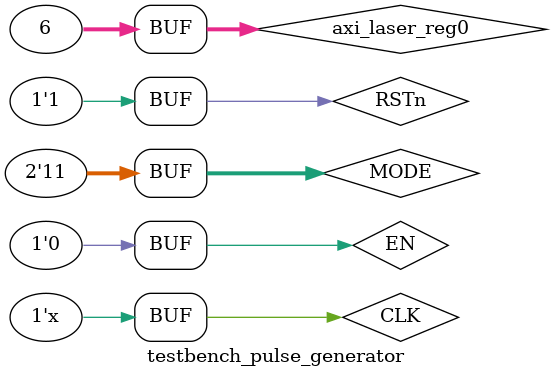
<source format=v>
`timescale 1ns / 1ps


module testbench_pulse_generator();
reg CLK, RSTn;
//reg [1:0] MODE;
wire [1:0] MODE;
//reg EN;
wire EN;
wire PULSE_1, PULSE_2, PULSE_3;
//wire PULSE;

// AXI Registers
reg [31:0] axi_laser_reg0;
reg [31:0] axi_laser_reg1;
reg [31:0] axi_laser_reg2;
reg [31:0] axi_freq_reg3;

assign EN = axi_laser_reg0[0];
assign MODE  = axi_laser_reg0[3:1];

laser_pulse laser(.CLK(CLK), .RSTn(RSTn), .EN(EN), .MODE(MODE), .PULSE_1(PULSE_1), .PULSE_2(PULSE_2), .PULSE_3(PULSE_3));
//laser_pulse laser(.CLK(CLK), .RSTn(RSTn), .EN(EN), .PULSE(PULSE));
always #5 CLK = ~CLK;
initial begin
    CLK = 1;
    RSTn = 0;
//    MODE = 2'b11;
    axi_laser_reg0 = 32'b0001;
    #1
    RSTn = 1;
//    EN = 1;
//    axi_laser_reg0 = 32'b011;
//    axi_laser_reg0 = 32'b011;
//    axi_laser_reg0 = 32'b1;
//    #1
//    axi_laser_reg0 = 32'b0;
    #100000000
    axi_laser_reg0 = 32'b110;
//    axi_laser_reg0 = 32'b0;
//    axi_laser_reg0 = 32'b010;
//    #1
//    axi_laser_reg1 = 32'b0;
//    START = 1;
//    #1
//    START = 0;
end
endmodule

</source>
